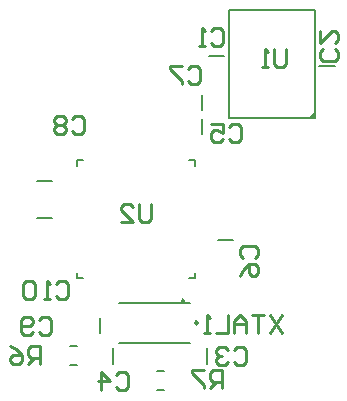
<source format=gbo>
G04 Layer_Color=32896*
%FSLAX24Y24*%
%MOIN*%
G70*
G01*
G75*
%ADD20C,0.0098*%
%ADD37C,0.0100*%
%ADD38C,0.0079*%
%ADD85C,0.0050*%
%ADD86C,0.0070*%
D20*
X8907Y3642D02*
G03*
X8907Y3642I-49J0D01*
G01*
D37*
X8455Y4370D02*
G03*
X8455Y4370I-39J0D01*
G01*
X9362Y13373D02*
X9462Y13473D01*
X9662D01*
X9762Y13373D01*
Y12973D01*
X9662Y12873D01*
X9462D01*
X9362Y12973D01*
X9162Y12873D02*
X8962D01*
X9062D01*
Y13473D01*
X9162Y13373D01*
X13467Y12752D02*
X13567Y12652D01*
Y12452D01*
X13467Y12352D01*
X13067D01*
X12968Y12452D01*
Y12652D01*
X13067Y12752D01*
X12968Y13352D02*
Y12952D01*
X13367Y13352D01*
X13467D01*
X13567Y13252D01*
Y13052D01*
X13467Y12952D01*
X10107Y2330D02*
X10207Y2230D01*
X10407D01*
X10507Y2330D01*
Y2730D01*
X10407Y2830D01*
X10207D01*
X10107Y2730D01*
X9907Y2330D02*
X9807Y2230D01*
X9607D01*
X9507Y2330D01*
Y2430D01*
X9607Y2530D01*
X9707D01*
X9607D01*
X9507Y2630D01*
Y2730D01*
X9607Y2830D01*
X9807D01*
X9907Y2730D01*
X6170Y1902D02*
X6270Y2002D01*
X6470D01*
X6570Y1902D01*
Y1503D01*
X6470Y1403D01*
X6270D01*
X6170Y1503D01*
X5670Y1403D02*
Y2002D01*
X5970Y1702D01*
X5570D01*
X9959Y10170D02*
X10059Y10270D01*
X10259D01*
X10359Y10170D01*
Y9770D01*
X10259Y9670D01*
X10059D01*
X9959Y9770D01*
X9360Y10270D02*
X9759D01*
Y9970D01*
X9560Y10070D01*
X9460D01*
X9360Y9970D01*
Y9770D01*
X9460Y9670D01*
X9659D01*
X9759Y9770D01*
X10425Y5801D02*
X10325Y5901D01*
Y6101D01*
X10425Y6201D01*
X10825D01*
X10925Y6101D01*
Y5901D01*
X10825Y5801D01*
X10325Y5201D02*
X10425Y5401D01*
X10625Y5601D01*
X10825D01*
X10925Y5501D01*
Y5301D01*
X10825Y5201D01*
X10725D01*
X10625Y5301D01*
Y5601D01*
X8582Y12111D02*
X8682Y12211D01*
X8882D01*
X8982Y12111D01*
Y11711D01*
X8882Y11611D01*
X8682D01*
X8582Y11711D01*
X8382Y12211D02*
X7983D01*
Y12111D01*
X8382Y11711D01*
Y11611D01*
X4718Y10441D02*
X4818Y10541D01*
X5018D01*
X5118Y10441D01*
Y10041D01*
X5018Y9941D01*
X4818D01*
X4718Y10041D01*
X4518Y10441D02*
X4418Y10541D01*
X4218D01*
X4118Y10441D01*
Y10341D01*
X4218Y10241D01*
X4118Y10141D01*
Y10041D01*
X4218Y9941D01*
X4418D01*
X4518Y10041D01*
Y10141D01*
X4418Y10241D01*
X4518Y10341D01*
Y10441D01*
X4418Y10241D02*
X4218D01*
X3611Y3748D02*
X3711Y3848D01*
X3911D01*
X4011Y3748D01*
Y3348D01*
X3911Y3248D01*
X3711D01*
X3611Y3348D01*
X3411D02*
X3311Y3248D01*
X3111D01*
X3011Y3348D01*
Y3748D01*
X3111Y3848D01*
X3311D01*
X3411Y3748D01*
Y3648D01*
X3311Y3548D01*
X3011D01*
X4177Y4929D02*
X4277Y5029D01*
X4477D01*
X4577Y4929D01*
Y4529D01*
X4477Y4429D01*
X4277D01*
X4177Y4529D01*
X3977Y4429D02*
X3777D01*
X3877D01*
Y5029D01*
X3977Y4929D01*
X3477D02*
X3377Y5029D01*
X3177D01*
X3077Y4929D01*
Y4529D01*
X3177Y4429D01*
X3377D01*
X3477Y4529D01*
Y4929D01*
X3642Y2264D02*
Y2864D01*
X3342D01*
X3242Y2764D01*
Y2564D01*
X3342Y2464D01*
X3642D01*
X3442D02*
X3242Y2264D01*
X2642Y2864D02*
X2842Y2764D01*
X3042Y2564D01*
Y2364D01*
X2942Y2264D01*
X2742D01*
X2642Y2364D01*
Y2464D01*
X2742Y2564D01*
X3042D01*
X9719Y1452D02*
Y2052D01*
X9420D01*
X9320Y1952D01*
Y1752D01*
X9420Y1652D01*
X9719D01*
X9520D02*
X9320Y1452D01*
X9120Y2052D02*
X8720D01*
Y1952D01*
X9120Y1552D01*
Y1452D01*
X11836Y12755D02*
Y12255D01*
X11736Y12156D01*
X11536D01*
X11436Y12255D01*
Y12755D01*
X11236Y12156D02*
X11036D01*
X11136D01*
Y12755D01*
X11236Y12655D01*
X7333Y7588D02*
Y7088D01*
X7233Y6988D01*
X7033D01*
X6933Y7088D01*
Y7588D01*
X6333Y6988D02*
X6733D01*
X6333Y7388D01*
Y7488D01*
X6433Y7588D01*
X6633D01*
X6733Y7488D01*
X11713Y3897D02*
X11313Y3297D01*
Y3897D02*
X11713Y3297D01*
X11113Y3897D02*
X10713D01*
X10913D01*
Y3297D01*
X10513D02*
Y3697D01*
X10313Y3897D01*
X10113Y3697D01*
Y3297D01*
Y3597D01*
X10513D01*
X9913Y3897D02*
Y3297D01*
X9513D01*
X9313D02*
X9113D01*
X9213D01*
Y3897D01*
X9313Y3797D01*
D38*
X6299Y2972D02*
X8661D01*
X6299Y4311D02*
X8661D01*
X9267Y12534D02*
X9779D01*
X12958Y12195D02*
X13469D01*
X3533Y7146D02*
X4045D01*
X3533Y8376D02*
X4045D01*
X9587Y6407D02*
X10098D01*
X9040Y9931D02*
Y10443D01*
Y10718D02*
Y11230D01*
X6068Y2279D02*
Y2790D01*
X7559Y1407D02*
X7795D01*
X7559Y2037D02*
X7795D01*
X9213Y2279D02*
Y2790D01*
X4646Y2244D02*
X4882D01*
X4646Y2874D02*
X4882D01*
X5640Y3287D02*
Y3799D01*
D85*
X12733Y10474D02*
X12743D01*
X12803Y10534D01*
Y10584D01*
X12693Y10474D02*
X12803Y10584D01*
X12683Y10474D02*
X12693D01*
X12643D02*
X12683D01*
X12643D02*
X12803Y10634D01*
X11383Y10454D02*
Y10464D01*
X12803D01*
X11373Y14064D02*
X12803D01*
Y10464D02*
Y14064D01*
X11383Y10454D02*
Y10464D01*
X9963D02*
X11383D01*
X9963Y14064D02*
X11393D01*
X9963Y10464D02*
Y14064D01*
D86*
X8612Y5118D02*
X8809D01*
Y5315D01*
X8612Y9055D02*
X8809D01*
Y8858D02*
Y9055D01*
X4872D02*
X5069D01*
X4872Y8858D02*
Y9055D01*
Y5118D02*
Y5315D01*
Y5118D02*
X5069D01*
M02*

</source>
